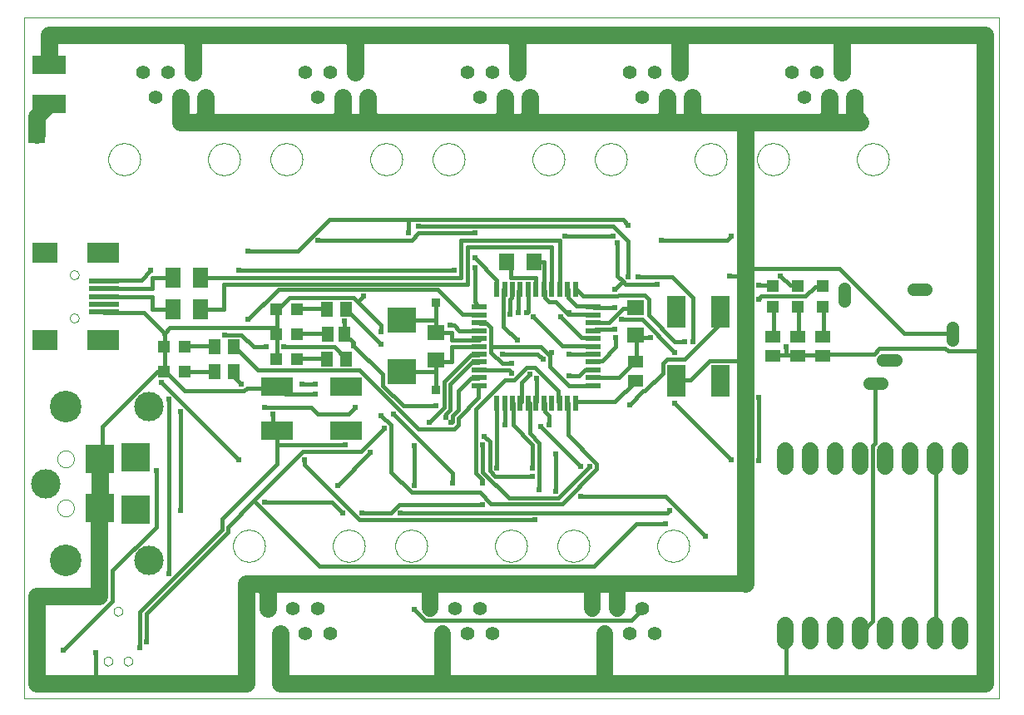
<source format=gtl>
G75*
%MOIN*%
%OFA0B0*%
%FSLAX24Y24*%
%IPPOS*%
%LPD*%
%AMOC8*
5,1,8,0,0,1.08239X$1,22.5*
%
%ADD10C,0.0000*%
%ADD11C,0.0554*%
%ADD12C,0.1181*%
%ADD13C,0.1266*%
%ADD14R,0.1181X0.1181*%
%ADD15R,0.0472X0.0472*%
%ADD16R,0.0512X0.0591*%
%ADD17R,0.1339X0.0748*%
%ADD18R,0.0709X0.0630*%
%ADD19R,0.0197X0.0591*%
%ADD20R,0.0591X0.0197*%
%ADD21R,0.1250X0.0750*%
%ADD22R,0.0710X0.0630*%
%ADD23R,0.0630X0.0512*%
%ADD24R,0.0630X0.0709*%
%ADD25R,0.1181X0.0984*%
%ADD26R,0.0984X0.0787*%
%ADD27R,0.1299X0.0787*%
%ADD28R,0.1220X0.0197*%
%ADD29R,0.0630X0.0787*%
%ADD30R,0.0591X0.0512*%
%ADD31R,0.0750X0.1250*%
%ADD32C,0.0650*%
%ADD33C,0.0515*%
%ADD34C,0.0700*%
%ADD35C,0.0660*%
%ADD36C,0.0180*%
%ADD37C,0.0240*%
%ADD38C,0.0160*%
%ADD39R,0.0356X0.0356*%
%ADD40R,0.0650X0.0650*%
D10*
X012596Y000100D02*
X012596Y027396D01*
X051666Y027396D01*
X051666Y000100D01*
X012596Y000100D01*
X015771Y001575D02*
X015773Y001601D01*
X015779Y001627D01*
X015788Y001651D01*
X015801Y001674D01*
X015818Y001694D01*
X015837Y001712D01*
X015859Y001727D01*
X015882Y001738D01*
X015907Y001746D01*
X015933Y001750D01*
X015959Y001750D01*
X015985Y001746D01*
X016010Y001738D01*
X016034Y001727D01*
X016055Y001712D01*
X016074Y001694D01*
X016091Y001674D01*
X016104Y001651D01*
X016113Y001627D01*
X016119Y001601D01*
X016121Y001575D01*
X016119Y001549D01*
X016113Y001523D01*
X016104Y001499D01*
X016091Y001476D01*
X016074Y001456D01*
X016055Y001438D01*
X016033Y001423D01*
X016010Y001412D01*
X015985Y001404D01*
X015959Y001400D01*
X015933Y001400D01*
X015907Y001404D01*
X015882Y001412D01*
X015858Y001423D01*
X015837Y001438D01*
X015818Y001456D01*
X015801Y001476D01*
X015788Y001499D01*
X015779Y001523D01*
X015773Y001549D01*
X015771Y001575D01*
X016571Y001575D02*
X016573Y001601D01*
X016579Y001627D01*
X016588Y001651D01*
X016601Y001674D01*
X016618Y001694D01*
X016637Y001712D01*
X016659Y001727D01*
X016682Y001738D01*
X016707Y001746D01*
X016733Y001750D01*
X016759Y001750D01*
X016785Y001746D01*
X016810Y001738D01*
X016834Y001727D01*
X016855Y001712D01*
X016874Y001694D01*
X016891Y001674D01*
X016904Y001651D01*
X016913Y001627D01*
X016919Y001601D01*
X016921Y001575D01*
X016919Y001549D01*
X016913Y001523D01*
X016904Y001499D01*
X016891Y001476D01*
X016874Y001456D01*
X016855Y001438D01*
X016833Y001423D01*
X016810Y001412D01*
X016785Y001404D01*
X016759Y001400D01*
X016733Y001400D01*
X016707Y001404D01*
X016682Y001412D01*
X016658Y001423D01*
X016637Y001438D01*
X016618Y001456D01*
X016601Y001476D01*
X016588Y001499D01*
X016579Y001523D01*
X016573Y001549D01*
X016571Y001575D01*
X016171Y003575D02*
X016173Y003601D01*
X016179Y003627D01*
X016188Y003651D01*
X016201Y003674D01*
X016218Y003694D01*
X016237Y003712D01*
X016259Y003727D01*
X016282Y003738D01*
X016307Y003746D01*
X016333Y003750D01*
X016359Y003750D01*
X016385Y003746D01*
X016410Y003738D01*
X016434Y003727D01*
X016455Y003712D01*
X016474Y003694D01*
X016491Y003674D01*
X016504Y003651D01*
X016513Y003627D01*
X016519Y003601D01*
X016521Y003575D01*
X016519Y003549D01*
X016513Y003523D01*
X016504Y003499D01*
X016491Y003476D01*
X016474Y003456D01*
X016455Y003438D01*
X016433Y003423D01*
X016410Y003412D01*
X016385Y003404D01*
X016359Y003400D01*
X016333Y003400D01*
X016307Y003404D01*
X016282Y003412D01*
X016258Y003423D01*
X016237Y003438D01*
X016218Y003456D01*
X016201Y003476D01*
X016188Y003499D01*
X016179Y003523D01*
X016173Y003549D01*
X016171Y003575D01*
X020956Y006200D02*
X020958Y006250D01*
X020964Y006300D01*
X020974Y006349D01*
X020987Y006398D01*
X021005Y006445D01*
X021026Y006491D01*
X021050Y006534D01*
X021078Y006576D01*
X021109Y006616D01*
X021143Y006653D01*
X021180Y006687D01*
X021220Y006718D01*
X021262Y006746D01*
X021305Y006770D01*
X021351Y006791D01*
X021398Y006809D01*
X021447Y006822D01*
X021496Y006832D01*
X021546Y006838D01*
X021596Y006840D01*
X021646Y006838D01*
X021696Y006832D01*
X021745Y006822D01*
X021794Y006809D01*
X021841Y006791D01*
X021887Y006770D01*
X021930Y006746D01*
X021972Y006718D01*
X022012Y006687D01*
X022049Y006653D01*
X022083Y006616D01*
X022114Y006576D01*
X022142Y006534D01*
X022166Y006491D01*
X022187Y006445D01*
X022205Y006398D01*
X022218Y006349D01*
X022228Y006300D01*
X022234Y006250D01*
X022236Y006200D01*
X022234Y006150D01*
X022228Y006100D01*
X022218Y006051D01*
X022205Y006002D01*
X022187Y005955D01*
X022166Y005909D01*
X022142Y005866D01*
X022114Y005824D01*
X022083Y005784D01*
X022049Y005747D01*
X022012Y005713D01*
X021972Y005682D01*
X021930Y005654D01*
X021887Y005630D01*
X021841Y005609D01*
X021794Y005591D01*
X021745Y005578D01*
X021696Y005568D01*
X021646Y005562D01*
X021596Y005560D01*
X021546Y005562D01*
X021496Y005568D01*
X021447Y005578D01*
X021398Y005591D01*
X021351Y005609D01*
X021305Y005630D01*
X021262Y005654D01*
X021220Y005682D01*
X021180Y005713D01*
X021143Y005747D01*
X021109Y005784D01*
X021078Y005824D01*
X021050Y005866D01*
X021026Y005909D01*
X021005Y005955D01*
X020987Y006002D01*
X020974Y006051D01*
X020964Y006100D01*
X020958Y006150D01*
X020956Y006200D01*
X024956Y006200D02*
X024958Y006250D01*
X024964Y006300D01*
X024974Y006349D01*
X024987Y006398D01*
X025005Y006445D01*
X025026Y006491D01*
X025050Y006534D01*
X025078Y006576D01*
X025109Y006616D01*
X025143Y006653D01*
X025180Y006687D01*
X025220Y006718D01*
X025262Y006746D01*
X025305Y006770D01*
X025351Y006791D01*
X025398Y006809D01*
X025447Y006822D01*
X025496Y006832D01*
X025546Y006838D01*
X025596Y006840D01*
X025646Y006838D01*
X025696Y006832D01*
X025745Y006822D01*
X025794Y006809D01*
X025841Y006791D01*
X025887Y006770D01*
X025930Y006746D01*
X025972Y006718D01*
X026012Y006687D01*
X026049Y006653D01*
X026083Y006616D01*
X026114Y006576D01*
X026142Y006534D01*
X026166Y006491D01*
X026187Y006445D01*
X026205Y006398D01*
X026218Y006349D01*
X026228Y006300D01*
X026234Y006250D01*
X026236Y006200D01*
X026234Y006150D01*
X026228Y006100D01*
X026218Y006051D01*
X026205Y006002D01*
X026187Y005955D01*
X026166Y005909D01*
X026142Y005866D01*
X026114Y005824D01*
X026083Y005784D01*
X026049Y005747D01*
X026012Y005713D01*
X025972Y005682D01*
X025930Y005654D01*
X025887Y005630D01*
X025841Y005609D01*
X025794Y005591D01*
X025745Y005578D01*
X025696Y005568D01*
X025646Y005562D01*
X025596Y005560D01*
X025546Y005562D01*
X025496Y005568D01*
X025447Y005578D01*
X025398Y005591D01*
X025351Y005609D01*
X025305Y005630D01*
X025262Y005654D01*
X025220Y005682D01*
X025180Y005713D01*
X025143Y005747D01*
X025109Y005784D01*
X025078Y005824D01*
X025050Y005866D01*
X025026Y005909D01*
X025005Y005955D01*
X024987Y006002D01*
X024974Y006051D01*
X024964Y006100D01*
X024958Y006150D01*
X024956Y006200D01*
X027456Y006200D02*
X027458Y006250D01*
X027464Y006300D01*
X027474Y006349D01*
X027487Y006398D01*
X027505Y006445D01*
X027526Y006491D01*
X027550Y006534D01*
X027578Y006576D01*
X027609Y006616D01*
X027643Y006653D01*
X027680Y006687D01*
X027720Y006718D01*
X027762Y006746D01*
X027805Y006770D01*
X027851Y006791D01*
X027898Y006809D01*
X027947Y006822D01*
X027996Y006832D01*
X028046Y006838D01*
X028096Y006840D01*
X028146Y006838D01*
X028196Y006832D01*
X028245Y006822D01*
X028294Y006809D01*
X028341Y006791D01*
X028387Y006770D01*
X028430Y006746D01*
X028472Y006718D01*
X028512Y006687D01*
X028549Y006653D01*
X028583Y006616D01*
X028614Y006576D01*
X028642Y006534D01*
X028666Y006491D01*
X028687Y006445D01*
X028705Y006398D01*
X028718Y006349D01*
X028728Y006300D01*
X028734Y006250D01*
X028736Y006200D01*
X028734Y006150D01*
X028728Y006100D01*
X028718Y006051D01*
X028705Y006002D01*
X028687Y005955D01*
X028666Y005909D01*
X028642Y005866D01*
X028614Y005824D01*
X028583Y005784D01*
X028549Y005747D01*
X028512Y005713D01*
X028472Y005682D01*
X028430Y005654D01*
X028387Y005630D01*
X028341Y005609D01*
X028294Y005591D01*
X028245Y005578D01*
X028196Y005568D01*
X028146Y005562D01*
X028096Y005560D01*
X028046Y005562D01*
X027996Y005568D01*
X027947Y005578D01*
X027898Y005591D01*
X027851Y005609D01*
X027805Y005630D01*
X027762Y005654D01*
X027720Y005682D01*
X027680Y005713D01*
X027643Y005747D01*
X027609Y005784D01*
X027578Y005824D01*
X027550Y005866D01*
X027526Y005909D01*
X027505Y005955D01*
X027487Y006002D01*
X027474Y006051D01*
X027464Y006100D01*
X027458Y006150D01*
X027456Y006200D01*
X031456Y006200D02*
X031458Y006250D01*
X031464Y006300D01*
X031474Y006349D01*
X031487Y006398D01*
X031505Y006445D01*
X031526Y006491D01*
X031550Y006534D01*
X031578Y006576D01*
X031609Y006616D01*
X031643Y006653D01*
X031680Y006687D01*
X031720Y006718D01*
X031762Y006746D01*
X031805Y006770D01*
X031851Y006791D01*
X031898Y006809D01*
X031947Y006822D01*
X031996Y006832D01*
X032046Y006838D01*
X032096Y006840D01*
X032146Y006838D01*
X032196Y006832D01*
X032245Y006822D01*
X032294Y006809D01*
X032341Y006791D01*
X032387Y006770D01*
X032430Y006746D01*
X032472Y006718D01*
X032512Y006687D01*
X032549Y006653D01*
X032583Y006616D01*
X032614Y006576D01*
X032642Y006534D01*
X032666Y006491D01*
X032687Y006445D01*
X032705Y006398D01*
X032718Y006349D01*
X032728Y006300D01*
X032734Y006250D01*
X032736Y006200D01*
X032734Y006150D01*
X032728Y006100D01*
X032718Y006051D01*
X032705Y006002D01*
X032687Y005955D01*
X032666Y005909D01*
X032642Y005866D01*
X032614Y005824D01*
X032583Y005784D01*
X032549Y005747D01*
X032512Y005713D01*
X032472Y005682D01*
X032430Y005654D01*
X032387Y005630D01*
X032341Y005609D01*
X032294Y005591D01*
X032245Y005578D01*
X032196Y005568D01*
X032146Y005562D01*
X032096Y005560D01*
X032046Y005562D01*
X031996Y005568D01*
X031947Y005578D01*
X031898Y005591D01*
X031851Y005609D01*
X031805Y005630D01*
X031762Y005654D01*
X031720Y005682D01*
X031680Y005713D01*
X031643Y005747D01*
X031609Y005784D01*
X031578Y005824D01*
X031550Y005866D01*
X031526Y005909D01*
X031505Y005955D01*
X031487Y006002D01*
X031474Y006051D01*
X031464Y006100D01*
X031458Y006150D01*
X031456Y006200D01*
X033956Y006200D02*
X033958Y006250D01*
X033964Y006300D01*
X033974Y006349D01*
X033987Y006398D01*
X034005Y006445D01*
X034026Y006491D01*
X034050Y006534D01*
X034078Y006576D01*
X034109Y006616D01*
X034143Y006653D01*
X034180Y006687D01*
X034220Y006718D01*
X034262Y006746D01*
X034305Y006770D01*
X034351Y006791D01*
X034398Y006809D01*
X034447Y006822D01*
X034496Y006832D01*
X034546Y006838D01*
X034596Y006840D01*
X034646Y006838D01*
X034696Y006832D01*
X034745Y006822D01*
X034794Y006809D01*
X034841Y006791D01*
X034887Y006770D01*
X034930Y006746D01*
X034972Y006718D01*
X035012Y006687D01*
X035049Y006653D01*
X035083Y006616D01*
X035114Y006576D01*
X035142Y006534D01*
X035166Y006491D01*
X035187Y006445D01*
X035205Y006398D01*
X035218Y006349D01*
X035228Y006300D01*
X035234Y006250D01*
X035236Y006200D01*
X035234Y006150D01*
X035228Y006100D01*
X035218Y006051D01*
X035205Y006002D01*
X035187Y005955D01*
X035166Y005909D01*
X035142Y005866D01*
X035114Y005824D01*
X035083Y005784D01*
X035049Y005747D01*
X035012Y005713D01*
X034972Y005682D01*
X034930Y005654D01*
X034887Y005630D01*
X034841Y005609D01*
X034794Y005591D01*
X034745Y005578D01*
X034696Y005568D01*
X034646Y005562D01*
X034596Y005560D01*
X034546Y005562D01*
X034496Y005568D01*
X034447Y005578D01*
X034398Y005591D01*
X034351Y005609D01*
X034305Y005630D01*
X034262Y005654D01*
X034220Y005682D01*
X034180Y005713D01*
X034143Y005747D01*
X034109Y005784D01*
X034078Y005824D01*
X034050Y005866D01*
X034026Y005909D01*
X034005Y005955D01*
X033987Y006002D01*
X033974Y006051D01*
X033964Y006100D01*
X033958Y006150D01*
X033956Y006200D01*
X037956Y006200D02*
X037958Y006250D01*
X037964Y006300D01*
X037974Y006349D01*
X037987Y006398D01*
X038005Y006445D01*
X038026Y006491D01*
X038050Y006534D01*
X038078Y006576D01*
X038109Y006616D01*
X038143Y006653D01*
X038180Y006687D01*
X038220Y006718D01*
X038262Y006746D01*
X038305Y006770D01*
X038351Y006791D01*
X038398Y006809D01*
X038447Y006822D01*
X038496Y006832D01*
X038546Y006838D01*
X038596Y006840D01*
X038646Y006838D01*
X038696Y006832D01*
X038745Y006822D01*
X038794Y006809D01*
X038841Y006791D01*
X038887Y006770D01*
X038930Y006746D01*
X038972Y006718D01*
X039012Y006687D01*
X039049Y006653D01*
X039083Y006616D01*
X039114Y006576D01*
X039142Y006534D01*
X039166Y006491D01*
X039187Y006445D01*
X039205Y006398D01*
X039218Y006349D01*
X039228Y006300D01*
X039234Y006250D01*
X039236Y006200D01*
X039234Y006150D01*
X039228Y006100D01*
X039218Y006051D01*
X039205Y006002D01*
X039187Y005955D01*
X039166Y005909D01*
X039142Y005866D01*
X039114Y005824D01*
X039083Y005784D01*
X039049Y005747D01*
X039012Y005713D01*
X038972Y005682D01*
X038930Y005654D01*
X038887Y005630D01*
X038841Y005609D01*
X038794Y005591D01*
X038745Y005578D01*
X038696Y005568D01*
X038646Y005562D01*
X038596Y005560D01*
X038546Y005562D01*
X038496Y005568D01*
X038447Y005578D01*
X038398Y005591D01*
X038351Y005609D01*
X038305Y005630D01*
X038262Y005654D01*
X038220Y005682D01*
X038180Y005713D01*
X038143Y005747D01*
X038109Y005784D01*
X038078Y005824D01*
X038050Y005866D01*
X038026Y005909D01*
X038005Y005955D01*
X037987Y006002D01*
X037974Y006051D01*
X037964Y006100D01*
X037958Y006150D01*
X037956Y006200D01*
X014419Y015334D02*
X014421Y015360D01*
X014427Y015386D01*
X014437Y015411D01*
X014450Y015434D01*
X014466Y015454D01*
X014486Y015472D01*
X014508Y015487D01*
X014531Y015499D01*
X014557Y015507D01*
X014583Y015511D01*
X014609Y015511D01*
X014635Y015507D01*
X014661Y015499D01*
X014685Y015487D01*
X014706Y015472D01*
X014726Y015454D01*
X014742Y015434D01*
X014755Y015411D01*
X014765Y015386D01*
X014771Y015360D01*
X014773Y015334D01*
X014771Y015308D01*
X014765Y015282D01*
X014755Y015257D01*
X014742Y015234D01*
X014726Y015214D01*
X014706Y015196D01*
X014684Y015181D01*
X014661Y015169D01*
X014635Y015161D01*
X014609Y015157D01*
X014583Y015157D01*
X014557Y015161D01*
X014531Y015169D01*
X014507Y015181D01*
X014486Y015196D01*
X014466Y015214D01*
X014450Y015234D01*
X014437Y015257D01*
X014427Y015282D01*
X014421Y015308D01*
X014419Y015334D01*
X014419Y017066D02*
X014421Y017092D01*
X014427Y017118D01*
X014437Y017143D01*
X014450Y017166D01*
X014466Y017186D01*
X014486Y017204D01*
X014508Y017219D01*
X014531Y017231D01*
X014557Y017239D01*
X014583Y017243D01*
X014609Y017243D01*
X014635Y017239D01*
X014661Y017231D01*
X014685Y017219D01*
X014706Y017204D01*
X014726Y017186D01*
X014742Y017166D01*
X014755Y017143D01*
X014765Y017118D01*
X014771Y017092D01*
X014773Y017066D01*
X014771Y017040D01*
X014765Y017014D01*
X014755Y016989D01*
X014742Y016966D01*
X014726Y016946D01*
X014706Y016928D01*
X014684Y016913D01*
X014661Y016901D01*
X014635Y016893D01*
X014609Y016889D01*
X014583Y016889D01*
X014557Y016893D01*
X014531Y016901D01*
X014507Y016913D01*
X014486Y016928D01*
X014466Y016946D01*
X014450Y016966D01*
X014437Y016989D01*
X014427Y017014D01*
X014421Y017040D01*
X014419Y017066D01*
X015956Y021700D02*
X015958Y021750D01*
X015964Y021800D01*
X015974Y021849D01*
X015987Y021898D01*
X016005Y021945D01*
X016026Y021991D01*
X016050Y022034D01*
X016078Y022076D01*
X016109Y022116D01*
X016143Y022153D01*
X016180Y022187D01*
X016220Y022218D01*
X016262Y022246D01*
X016305Y022270D01*
X016351Y022291D01*
X016398Y022309D01*
X016447Y022322D01*
X016496Y022332D01*
X016546Y022338D01*
X016596Y022340D01*
X016646Y022338D01*
X016696Y022332D01*
X016745Y022322D01*
X016794Y022309D01*
X016841Y022291D01*
X016887Y022270D01*
X016930Y022246D01*
X016972Y022218D01*
X017012Y022187D01*
X017049Y022153D01*
X017083Y022116D01*
X017114Y022076D01*
X017142Y022034D01*
X017166Y021991D01*
X017187Y021945D01*
X017205Y021898D01*
X017218Y021849D01*
X017228Y021800D01*
X017234Y021750D01*
X017236Y021700D01*
X017234Y021650D01*
X017228Y021600D01*
X017218Y021551D01*
X017205Y021502D01*
X017187Y021455D01*
X017166Y021409D01*
X017142Y021366D01*
X017114Y021324D01*
X017083Y021284D01*
X017049Y021247D01*
X017012Y021213D01*
X016972Y021182D01*
X016930Y021154D01*
X016887Y021130D01*
X016841Y021109D01*
X016794Y021091D01*
X016745Y021078D01*
X016696Y021068D01*
X016646Y021062D01*
X016596Y021060D01*
X016546Y021062D01*
X016496Y021068D01*
X016447Y021078D01*
X016398Y021091D01*
X016351Y021109D01*
X016305Y021130D01*
X016262Y021154D01*
X016220Y021182D01*
X016180Y021213D01*
X016143Y021247D01*
X016109Y021284D01*
X016078Y021324D01*
X016050Y021366D01*
X016026Y021409D01*
X016005Y021455D01*
X015987Y021502D01*
X015974Y021551D01*
X015964Y021600D01*
X015958Y021650D01*
X015956Y021700D01*
X019956Y021700D02*
X019958Y021750D01*
X019964Y021800D01*
X019974Y021849D01*
X019987Y021898D01*
X020005Y021945D01*
X020026Y021991D01*
X020050Y022034D01*
X020078Y022076D01*
X020109Y022116D01*
X020143Y022153D01*
X020180Y022187D01*
X020220Y022218D01*
X020262Y022246D01*
X020305Y022270D01*
X020351Y022291D01*
X020398Y022309D01*
X020447Y022322D01*
X020496Y022332D01*
X020546Y022338D01*
X020596Y022340D01*
X020646Y022338D01*
X020696Y022332D01*
X020745Y022322D01*
X020794Y022309D01*
X020841Y022291D01*
X020887Y022270D01*
X020930Y022246D01*
X020972Y022218D01*
X021012Y022187D01*
X021049Y022153D01*
X021083Y022116D01*
X021114Y022076D01*
X021142Y022034D01*
X021166Y021991D01*
X021187Y021945D01*
X021205Y021898D01*
X021218Y021849D01*
X021228Y021800D01*
X021234Y021750D01*
X021236Y021700D01*
X021234Y021650D01*
X021228Y021600D01*
X021218Y021551D01*
X021205Y021502D01*
X021187Y021455D01*
X021166Y021409D01*
X021142Y021366D01*
X021114Y021324D01*
X021083Y021284D01*
X021049Y021247D01*
X021012Y021213D01*
X020972Y021182D01*
X020930Y021154D01*
X020887Y021130D01*
X020841Y021109D01*
X020794Y021091D01*
X020745Y021078D01*
X020696Y021068D01*
X020646Y021062D01*
X020596Y021060D01*
X020546Y021062D01*
X020496Y021068D01*
X020447Y021078D01*
X020398Y021091D01*
X020351Y021109D01*
X020305Y021130D01*
X020262Y021154D01*
X020220Y021182D01*
X020180Y021213D01*
X020143Y021247D01*
X020109Y021284D01*
X020078Y021324D01*
X020050Y021366D01*
X020026Y021409D01*
X020005Y021455D01*
X019987Y021502D01*
X019974Y021551D01*
X019964Y021600D01*
X019958Y021650D01*
X019956Y021700D01*
X022456Y021700D02*
X022458Y021750D01*
X022464Y021800D01*
X022474Y021849D01*
X022487Y021898D01*
X022505Y021945D01*
X022526Y021991D01*
X022550Y022034D01*
X022578Y022076D01*
X022609Y022116D01*
X022643Y022153D01*
X022680Y022187D01*
X022720Y022218D01*
X022762Y022246D01*
X022805Y022270D01*
X022851Y022291D01*
X022898Y022309D01*
X022947Y022322D01*
X022996Y022332D01*
X023046Y022338D01*
X023096Y022340D01*
X023146Y022338D01*
X023196Y022332D01*
X023245Y022322D01*
X023294Y022309D01*
X023341Y022291D01*
X023387Y022270D01*
X023430Y022246D01*
X023472Y022218D01*
X023512Y022187D01*
X023549Y022153D01*
X023583Y022116D01*
X023614Y022076D01*
X023642Y022034D01*
X023666Y021991D01*
X023687Y021945D01*
X023705Y021898D01*
X023718Y021849D01*
X023728Y021800D01*
X023734Y021750D01*
X023736Y021700D01*
X023734Y021650D01*
X023728Y021600D01*
X023718Y021551D01*
X023705Y021502D01*
X023687Y021455D01*
X023666Y021409D01*
X023642Y021366D01*
X023614Y021324D01*
X023583Y021284D01*
X023549Y021247D01*
X023512Y021213D01*
X023472Y021182D01*
X023430Y021154D01*
X023387Y021130D01*
X023341Y021109D01*
X023294Y021091D01*
X023245Y021078D01*
X023196Y021068D01*
X023146Y021062D01*
X023096Y021060D01*
X023046Y021062D01*
X022996Y021068D01*
X022947Y021078D01*
X022898Y021091D01*
X022851Y021109D01*
X022805Y021130D01*
X022762Y021154D01*
X022720Y021182D01*
X022680Y021213D01*
X022643Y021247D01*
X022609Y021284D01*
X022578Y021324D01*
X022550Y021366D01*
X022526Y021409D01*
X022505Y021455D01*
X022487Y021502D01*
X022474Y021551D01*
X022464Y021600D01*
X022458Y021650D01*
X022456Y021700D01*
X026456Y021700D02*
X026458Y021750D01*
X026464Y021800D01*
X026474Y021849D01*
X026487Y021898D01*
X026505Y021945D01*
X026526Y021991D01*
X026550Y022034D01*
X026578Y022076D01*
X026609Y022116D01*
X026643Y022153D01*
X026680Y022187D01*
X026720Y022218D01*
X026762Y022246D01*
X026805Y022270D01*
X026851Y022291D01*
X026898Y022309D01*
X026947Y022322D01*
X026996Y022332D01*
X027046Y022338D01*
X027096Y022340D01*
X027146Y022338D01*
X027196Y022332D01*
X027245Y022322D01*
X027294Y022309D01*
X027341Y022291D01*
X027387Y022270D01*
X027430Y022246D01*
X027472Y022218D01*
X027512Y022187D01*
X027549Y022153D01*
X027583Y022116D01*
X027614Y022076D01*
X027642Y022034D01*
X027666Y021991D01*
X027687Y021945D01*
X027705Y021898D01*
X027718Y021849D01*
X027728Y021800D01*
X027734Y021750D01*
X027736Y021700D01*
X027734Y021650D01*
X027728Y021600D01*
X027718Y021551D01*
X027705Y021502D01*
X027687Y021455D01*
X027666Y021409D01*
X027642Y021366D01*
X027614Y021324D01*
X027583Y021284D01*
X027549Y021247D01*
X027512Y021213D01*
X027472Y021182D01*
X027430Y021154D01*
X027387Y021130D01*
X027341Y021109D01*
X027294Y021091D01*
X027245Y021078D01*
X027196Y021068D01*
X027146Y021062D01*
X027096Y021060D01*
X027046Y021062D01*
X026996Y021068D01*
X026947Y021078D01*
X026898Y021091D01*
X026851Y021109D01*
X026805Y021130D01*
X026762Y021154D01*
X026720Y021182D01*
X026680Y021213D01*
X026643Y021247D01*
X026609Y021284D01*
X026578Y021324D01*
X026550Y021366D01*
X026526Y021409D01*
X026505Y021455D01*
X026487Y021502D01*
X026474Y021551D01*
X026464Y021600D01*
X026458Y021650D01*
X026456Y021700D01*
X028956Y021700D02*
X028958Y021750D01*
X028964Y021800D01*
X028974Y021849D01*
X028987Y021898D01*
X029005Y021945D01*
X029026Y021991D01*
X029050Y022034D01*
X029078Y022076D01*
X029109Y022116D01*
X029143Y022153D01*
X029180Y022187D01*
X029220Y022218D01*
X029262Y022246D01*
X029305Y022270D01*
X029351Y022291D01*
X029398Y022309D01*
X029447Y022322D01*
X029496Y022332D01*
X029546Y022338D01*
X029596Y022340D01*
X029646Y022338D01*
X029696Y022332D01*
X029745Y022322D01*
X029794Y022309D01*
X029841Y022291D01*
X029887Y022270D01*
X029930Y022246D01*
X029972Y022218D01*
X030012Y022187D01*
X030049Y022153D01*
X030083Y022116D01*
X030114Y022076D01*
X030142Y022034D01*
X030166Y021991D01*
X030187Y021945D01*
X030205Y021898D01*
X030218Y021849D01*
X030228Y021800D01*
X030234Y021750D01*
X030236Y021700D01*
X030234Y021650D01*
X030228Y021600D01*
X030218Y021551D01*
X030205Y021502D01*
X030187Y021455D01*
X030166Y021409D01*
X030142Y021366D01*
X030114Y021324D01*
X030083Y021284D01*
X030049Y021247D01*
X030012Y021213D01*
X029972Y021182D01*
X029930Y021154D01*
X029887Y021130D01*
X029841Y021109D01*
X029794Y021091D01*
X029745Y021078D01*
X029696Y021068D01*
X029646Y021062D01*
X029596Y021060D01*
X029546Y021062D01*
X029496Y021068D01*
X029447Y021078D01*
X029398Y021091D01*
X029351Y021109D01*
X029305Y021130D01*
X029262Y021154D01*
X029220Y021182D01*
X029180Y021213D01*
X029143Y021247D01*
X029109Y021284D01*
X029078Y021324D01*
X029050Y021366D01*
X029026Y021409D01*
X029005Y021455D01*
X028987Y021502D01*
X028974Y021551D01*
X028964Y021600D01*
X028958Y021650D01*
X028956Y021700D01*
X032956Y021700D02*
X032958Y021750D01*
X032964Y021800D01*
X032974Y021849D01*
X032987Y021898D01*
X033005Y021945D01*
X033026Y021991D01*
X033050Y022034D01*
X033078Y022076D01*
X033109Y022116D01*
X033143Y022153D01*
X033180Y022187D01*
X033220Y022218D01*
X033262Y022246D01*
X033305Y022270D01*
X033351Y022291D01*
X033398Y022309D01*
X033447Y022322D01*
X033496Y022332D01*
X033546Y022338D01*
X033596Y022340D01*
X033646Y022338D01*
X033696Y022332D01*
X033745Y022322D01*
X033794Y022309D01*
X033841Y022291D01*
X033887Y022270D01*
X033930Y022246D01*
X033972Y022218D01*
X034012Y022187D01*
X034049Y022153D01*
X034083Y022116D01*
X034114Y022076D01*
X034142Y022034D01*
X034166Y021991D01*
X034187Y021945D01*
X034205Y021898D01*
X034218Y021849D01*
X034228Y021800D01*
X034234Y021750D01*
X034236Y021700D01*
X034234Y021650D01*
X034228Y021600D01*
X034218Y021551D01*
X034205Y021502D01*
X034187Y021455D01*
X034166Y021409D01*
X034142Y021366D01*
X034114Y021324D01*
X034083Y021284D01*
X034049Y021247D01*
X034012Y021213D01*
X033972Y021182D01*
X033930Y021154D01*
X033887Y021130D01*
X033841Y021109D01*
X033794Y021091D01*
X033745Y021078D01*
X033696Y021068D01*
X033646Y021062D01*
X033596Y021060D01*
X033546Y021062D01*
X033496Y021068D01*
X033447Y021078D01*
X033398Y021091D01*
X033351Y021109D01*
X033305Y021130D01*
X033262Y021154D01*
X033220Y021182D01*
X033180Y021213D01*
X033143Y021247D01*
X033109Y021284D01*
X033078Y021324D01*
X033050Y021366D01*
X033026Y021409D01*
X033005Y021455D01*
X032987Y021502D01*
X032974Y021551D01*
X032964Y021600D01*
X032958Y021650D01*
X032956Y021700D01*
X035456Y021700D02*
X035458Y021750D01*
X035464Y021800D01*
X035474Y021849D01*
X035487Y021898D01*
X035505Y021945D01*
X035526Y021991D01*
X035550Y022034D01*
X035578Y022076D01*
X035609Y022116D01*
X035643Y022153D01*
X035680Y022187D01*
X035720Y022218D01*
X035762Y022246D01*
X035805Y022270D01*
X035851Y022291D01*
X035898Y022309D01*
X035947Y022322D01*
X035996Y022332D01*
X036046Y022338D01*
X036096Y022340D01*
X036146Y022338D01*
X036196Y022332D01*
X036245Y022322D01*
X036294Y022309D01*
X036341Y022291D01*
X036387Y022270D01*
X036430Y022246D01*
X036472Y022218D01*
X036512Y022187D01*
X036549Y022153D01*
X036583Y022116D01*
X036614Y022076D01*
X036642Y022034D01*
X036666Y021991D01*
X036687Y021945D01*
X036705Y021898D01*
X036718Y021849D01*
X036728Y021800D01*
X036734Y021750D01*
X036736Y021700D01*
X036734Y021650D01*
X036728Y021600D01*
X036718Y021551D01*
X036705Y021502D01*
X036687Y021455D01*
X036666Y021409D01*
X036642Y021366D01*
X036614Y021324D01*
X036583Y021284D01*
X036549Y021247D01*
X036512Y021213D01*
X036472Y021182D01*
X036430Y021154D01*
X036387Y021130D01*
X036341Y021109D01*
X036294Y021091D01*
X036245Y021078D01*
X036196Y021068D01*
X036146Y021062D01*
X036096Y021060D01*
X036046Y021062D01*
X035996Y021068D01*
X035947Y021078D01*
X035898Y021091D01*
X035851Y021109D01*
X035805Y021130D01*
X035762Y021154D01*
X035720Y021182D01*
X035680Y021213D01*
X035643Y021247D01*
X035609Y021284D01*
X035578Y021324D01*
X035550Y021366D01*
X035526Y021409D01*
X035505Y021455D01*
X035487Y021502D01*
X035474Y021551D01*
X035464Y021600D01*
X035458Y021650D01*
X035456Y021700D01*
X039456Y021700D02*
X039458Y021750D01*
X039464Y021800D01*
X039474Y021849D01*
X039487Y021898D01*
X039505Y021945D01*
X039526Y021991D01*
X039550Y022034D01*
X039578Y022076D01*
X039609Y022116D01*
X039643Y022153D01*
X039680Y022187D01*
X039720Y022218D01*
X039762Y022246D01*
X039805Y022270D01*
X039851Y022291D01*
X039898Y022309D01*
X039947Y022322D01*
X039996Y022332D01*
X040046Y022338D01*
X040096Y022340D01*
X040146Y022338D01*
X040196Y022332D01*
X040245Y022322D01*
X040294Y022309D01*
X040341Y022291D01*
X040387Y022270D01*
X040430Y022246D01*
X040472Y022218D01*
X040512Y022187D01*
X040549Y022153D01*
X040583Y022116D01*
X040614Y022076D01*
X040642Y022034D01*
X040666Y021991D01*
X040687Y021945D01*
X040705Y021898D01*
X040718Y021849D01*
X040728Y021800D01*
X040734Y021750D01*
X040736Y021700D01*
X040734Y021650D01*
X040728Y021600D01*
X040718Y021551D01*
X040705Y021502D01*
X040687Y021455D01*
X040666Y021409D01*
X040642Y021366D01*
X040614Y021324D01*
X040583Y021284D01*
X040549Y021247D01*
X040512Y021213D01*
X040472Y021182D01*
X040430Y021154D01*
X040387Y021130D01*
X040341Y021109D01*
X040294Y021091D01*
X040245Y021078D01*
X040196Y021068D01*
X040146Y021062D01*
X040096Y021060D01*
X040046Y021062D01*
X039996Y021068D01*
X039947Y021078D01*
X039898Y021091D01*
X039851Y021109D01*
X039805Y021130D01*
X039762Y021154D01*
X039720Y021182D01*
X039680Y021213D01*
X039643Y021247D01*
X039609Y021284D01*
X039578Y021324D01*
X039550Y021366D01*
X039526Y021409D01*
X039505Y021455D01*
X039487Y021502D01*
X039474Y021551D01*
X039464Y021600D01*
X039458Y021650D01*
X039456Y021700D01*
X041956Y021700D02*
X041958Y021750D01*
X041964Y021800D01*
X041974Y021849D01*
X041987Y021898D01*
X042005Y021945D01*
X042026Y021991D01*
X042050Y022034D01*
X042078Y022076D01*
X042109Y022116D01*
X042143Y022153D01*
X042180Y022187D01*
X042220Y022218D01*
X042262Y022246D01*
X042305Y022270D01*
X042351Y022291D01*
X042398Y022309D01*
X042447Y022322D01*
X042496Y022332D01*
X042546Y022338D01*
X042596Y022340D01*
X042646Y022338D01*
X042696Y022332D01*
X042745Y022322D01*
X042794Y022309D01*
X042841Y022291D01*
X042887Y022270D01*
X042930Y022246D01*
X042972Y022218D01*
X043012Y022187D01*
X043049Y022153D01*
X043083Y022116D01*
X043114Y022076D01*
X043142Y022034D01*
X043166Y021991D01*
X043187Y021945D01*
X043205Y021898D01*
X043218Y021849D01*
X043228Y021800D01*
X043234Y021750D01*
X043236Y021700D01*
X043234Y021650D01*
X043228Y021600D01*
X043218Y021551D01*
X043205Y021502D01*
X043187Y021455D01*
X043166Y021409D01*
X043142Y021366D01*
X043114Y021324D01*
X043083Y021284D01*
X043049Y021247D01*
X043012Y021213D01*
X042972Y021182D01*
X042930Y021154D01*
X042887Y021130D01*
X042841Y021109D01*
X042794Y021091D01*
X042745Y021078D01*
X042696Y021068D01*
X042646Y021062D01*
X042596Y021060D01*
X042546Y021062D01*
X042496Y021068D01*
X042447Y021078D01*
X042398Y021091D01*
X042351Y021109D01*
X042305Y021130D01*
X042262Y021154D01*
X042220Y021182D01*
X042180Y021213D01*
X042143Y021247D01*
X042109Y021284D01*
X042078Y021324D01*
X042050Y021366D01*
X042026Y021409D01*
X042005Y021455D01*
X041987Y021502D01*
X041974Y021551D01*
X041964Y021600D01*
X041958Y021650D01*
X041956Y021700D01*
X045956Y021700D02*
X045958Y021750D01*
X045964Y021800D01*
X045974Y021849D01*
X045987Y021898D01*
X046005Y021945D01*
X046026Y021991D01*
X046050Y022034D01*
X046078Y022076D01*
X046109Y022116D01*
X046143Y022153D01*
X046180Y022187D01*
X046220Y022218D01*
X046262Y022246D01*
X046305Y022270D01*
X046351Y022291D01*
X046398Y022309D01*
X046447Y022322D01*
X046496Y022332D01*
X046546Y022338D01*
X046596Y022340D01*
X046646Y022338D01*
X046696Y022332D01*
X046745Y022322D01*
X046794Y022309D01*
X046841Y022291D01*
X046887Y022270D01*
X046930Y022246D01*
X046972Y022218D01*
X047012Y022187D01*
X047049Y022153D01*
X047083Y022116D01*
X047114Y022076D01*
X047142Y022034D01*
X047166Y021991D01*
X047187Y021945D01*
X047205Y021898D01*
X047218Y021849D01*
X047228Y021800D01*
X047234Y021750D01*
X047236Y021700D01*
X047234Y021650D01*
X047228Y021600D01*
X047218Y021551D01*
X047205Y021502D01*
X047187Y021455D01*
X047166Y021409D01*
X047142Y021366D01*
X047114Y021324D01*
X047083Y021284D01*
X047049Y021247D01*
X047012Y021213D01*
X046972Y021182D01*
X046930Y021154D01*
X046887Y021130D01*
X046841Y021109D01*
X046794Y021091D01*
X046745Y021078D01*
X046696Y021068D01*
X046646Y021062D01*
X046596Y021060D01*
X046546Y021062D01*
X046496Y021068D01*
X046447Y021078D01*
X046398Y021091D01*
X046351Y021109D01*
X046305Y021130D01*
X046262Y021154D01*
X046220Y021182D01*
X046180Y021213D01*
X046143Y021247D01*
X046109Y021284D01*
X046078Y021324D01*
X046050Y021366D01*
X046026Y021409D01*
X046005Y021455D01*
X045987Y021502D01*
X045974Y021551D01*
X045964Y021600D01*
X045958Y021650D01*
X045956Y021700D01*
X013915Y009684D02*
X013917Y009720D01*
X013923Y009756D01*
X013933Y009791D01*
X013946Y009825D01*
X013963Y009857D01*
X013983Y009887D01*
X014007Y009914D01*
X014033Y009939D01*
X014062Y009961D01*
X014093Y009980D01*
X014126Y009995D01*
X014160Y010007D01*
X014196Y010015D01*
X014232Y010019D01*
X014268Y010019D01*
X014304Y010015D01*
X014340Y010007D01*
X014374Y009995D01*
X014407Y009980D01*
X014438Y009961D01*
X014467Y009939D01*
X014493Y009914D01*
X014517Y009887D01*
X014537Y009857D01*
X014554Y009825D01*
X014567Y009791D01*
X014577Y009756D01*
X014583Y009720D01*
X014585Y009684D01*
X014583Y009648D01*
X014577Y009612D01*
X014567Y009577D01*
X014554Y009543D01*
X014537Y009511D01*
X014517Y009481D01*
X014493Y009454D01*
X014467Y009429D01*
X014438Y009407D01*
X014407Y009388D01*
X014374Y009373D01*
X014340Y009361D01*
X014304Y009353D01*
X014268Y009349D01*
X014232Y009349D01*
X014196Y009353D01*
X014160Y009361D01*
X014126Y009373D01*
X014093Y009388D01*
X014062Y009407D01*
X014033Y009429D01*
X014007Y009454D01*
X013983Y009481D01*
X013963Y009511D01*
X013946Y009543D01*
X013933Y009577D01*
X013923Y009612D01*
X013917Y009648D01*
X013915Y009684D01*
X013915Y007716D02*
X013917Y007752D01*
X013923Y007788D01*
X013933Y007823D01*
X013946Y007857D01*
X013963Y007889D01*
X013983Y007919D01*
X014007Y007946D01*
X014033Y007971D01*
X014062Y007993D01*
X014093Y008012D01*
X014126Y008027D01*
X014160Y008039D01*
X014196Y008047D01*
X014232Y008051D01*
X014268Y008051D01*
X014304Y008047D01*
X014340Y008039D01*
X014374Y008027D01*
X014407Y008012D01*
X014438Y007993D01*
X014467Y007971D01*
X014493Y007946D01*
X014517Y007919D01*
X014537Y007889D01*
X014554Y007857D01*
X014567Y007823D01*
X014577Y007788D01*
X014583Y007752D01*
X014585Y007716D01*
X014583Y007680D01*
X014577Y007644D01*
X014567Y007609D01*
X014554Y007575D01*
X014537Y007543D01*
X014517Y007513D01*
X014493Y007486D01*
X014467Y007461D01*
X014438Y007439D01*
X014407Y007420D01*
X014374Y007405D01*
X014340Y007393D01*
X014304Y007385D01*
X014268Y007381D01*
X014232Y007381D01*
X014196Y007385D01*
X014160Y007393D01*
X014126Y007405D01*
X014093Y007420D01*
X014062Y007439D01*
X014033Y007461D01*
X014007Y007486D01*
X013983Y007513D01*
X013963Y007543D01*
X013946Y007575D01*
X013933Y007609D01*
X013923Y007644D01*
X013917Y007680D01*
X013915Y007716D01*
D11*
X022346Y003700D03*
X023346Y003700D03*
X024346Y003700D03*
X023846Y002700D03*
X022846Y002700D03*
X024846Y002700D03*
X028846Y003700D03*
X029846Y003700D03*
X030846Y003700D03*
X030346Y002700D03*
X029346Y002700D03*
X031346Y002700D03*
X035346Y003700D03*
X036346Y003700D03*
X037346Y003700D03*
X036846Y002700D03*
X035846Y002700D03*
X037846Y002700D03*
X037346Y024200D03*
X038346Y024200D03*
X039346Y024200D03*
X038846Y025200D03*
X037846Y025200D03*
X036846Y025200D03*
X032846Y024200D03*
X031846Y024200D03*
X030846Y024200D03*
X030346Y025200D03*
X031346Y025200D03*
X032346Y025200D03*
X026346Y024200D03*
X025346Y024200D03*
X024346Y024200D03*
X023846Y025200D03*
X024846Y025200D03*
X025846Y025200D03*
X019846Y024200D03*
X018846Y024200D03*
X017846Y024200D03*
X017346Y025200D03*
X018346Y025200D03*
X019346Y025200D03*
X043346Y025200D03*
X044346Y025200D03*
X045346Y025200D03*
X044846Y024200D03*
X043846Y024200D03*
X045846Y024200D03*
D12*
X017596Y011771D03*
X013462Y008700D03*
X017596Y005629D03*
D13*
X014250Y005629D03*
X014250Y011771D03*
D14*
X015628Y009684D03*
X017065Y009763D03*
X017065Y007637D03*
X015628Y007716D03*
D15*
X018183Y013200D03*
X019010Y013200D03*
X019010Y014200D03*
X018183Y014200D03*
X022683Y013700D03*
X023510Y013700D03*
X023510Y014700D03*
X022683Y014700D03*
X022683Y015700D03*
X023510Y015700D03*
X042596Y015787D03*
X042596Y016613D03*
X043596Y016613D03*
X043596Y015787D03*
X044596Y015787D03*
X044596Y016613D03*
D16*
X025470Y015700D03*
X024722Y015700D03*
X024762Y014700D03*
X025431Y014700D03*
X025470Y013700D03*
X024722Y013700D03*
X020970Y013200D03*
X020222Y013200D03*
X020222Y014200D03*
X020970Y014200D03*
D17*
X013596Y023932D03*
X013596Y025468D03*
D18*
X037096Y015751D03*
X037096Y014649D03*
D19*
X034671Y016483D03*
X034356Y016483D03*
X034041Y016483D03*
X033726Y016483D03*
X033411Y016483D03*
X033096Y016483D03*
X032781Y016483D03*
X032466Y016483D03*
X032151Y016483D03*
X031836Y016483D03*
X031522Y016483D03*
X031522Y011917D03*
X031836Y011917D03*
X032151Y011917D03*
X032466Y011917D03*
X032781Y011917D03*
X033096Y011917D03*
X033411Y011917D03*
X033726Y011917D03*
X034041Y011917D03*
X034356Y011917D03*
X034671Y011917D03*
D20*
X035380Y012625D03*
X035380Y012940D03*
X035380Y013255D03*
X035380Y013570D03*
X035380Y013885D03*
X035380Y014200D03*
X035380Y014515D03*
X035380Y014830D03*
X035380Y015145D03*
X035380Y015460D03*
X035380Y015775D03*
X030813Y015775D03*
X030813Y015460D03*
X030813Y015145D03*
X030813Y014830D03*
X030813Y014515D03*
X030813Y014200D03*
X030813Y013885D03*
X030813Y013570D03*
X030813Y013255D03*
X030813Y012940D03*
X030813Y012625D03*
D21*
X025471Y012575D03*
X025471Y010825D03*
X022721Y010825D03*
X022721Y012575D03*
D22*
X029096Y013640D03*
X029096Y014760D03*
D23*
X037096Y013574D03*
X037096Y012826D03*
D24*
X033023Y017575D03*
X031920Y017575D03*
D25*
X027721Y015249D03*
X027721Y013190D03*
D26*
X013415Y014448D03*
X013415Y017952D03*
D27*
X015738Y017952D03*
X015738Y014448D03*
D28*
X015777Y015570D03*
X015777Y015885D03*
X015777Y016200D03*
X015777Y016515D03*
X015777Y016830D03*
D29*
X018545Y016950D03*
X019648Y016950D03*
X019648Y015700D03*
X018545Y015700D03*
D30*
X042596Y014574D03*
X042596Y013826D03*
X043596Y013826D03*
X043596Y014574D03*
X044596Y014574D03*
X044596Y013826D03*
D31*
X040471Y012825D03*
X038721Y012825D03*
X038721Y015575D03*
X040471Y015575D03*
D32*
X043096Y010025D02*
X043096Y009375D01*
X044096Y009375D02*
X044096Y010025D01*
X045096Y010025D02*
X045096Y009375D01*
X046096Y009375D02*
X046096Y010025D01*
X047096Y010025D02*
X047096Y009375D01*
X048096Y009375D02*
X048096Y010025D01*
X049096Y010025D02*
X049096Y009375D01*
X050096Y009375D02*
X050096Y010025D01*
X050096Y003025D02*
X050096Y002375D01*
X049096Y002375D02*
X049096Y003025D01*
X048096Y003025D02*
X048096Y002375D01*
X047096Y002375D02*
X047096Y003025D01*
X046096Y003025D02*
X046096Y002375D01*
X045096Y002375D02*
X045096Y003025D01*
X044096Y003025D02*
X044096Y002375D01*
X043096Y002375D02*
X043096Y003025D01*
D33*
X046441Y012712D02*
X046956Y012712D01*
X046992Y013657D02*
X047507Y013657D01*
X049770Y014443D02*
X049770Y014957D01*
X048728Y016491D02*
X048213Y016491D01*
X045439Y016532D02*
X045439Y016017D01*
D34*
X041471Y017030D02*
X041471Y013620D01*
X041471Y004700D01*
X036346Y004700D02*
X035346Y004700D01*
X028846Y004700D01*
X022096Y004700D01*
X022346Y004450D01*
X022346Y003700D01*
X022096Y004700D02*
X021471Y004700D01*
X021471Y000700D01*
X015456Y000700D01*
X013096Y000700D01*
X013096Y004200D01*
X015596Y004200D01*
X015596Y007684D01*
X015628Y007716D01*
X015628Y009684D01*
X022846Y002700D02*
X022846Y000700D01*
X029346Y000700D01*
X035846Y000700D01*
X043121Y000700D01*
X051096Y000700D01*
X051096Y014005D01*
X051096Y026700D01*
X045596Y026700D01*
X045346Y026450D01*
X045346Y025200D01*
X044846Y024200D02*
X044846Y023450D01*
X044596Y023200D01*
X041471Y023200D01*
X039596Y023200D01*
X039346Y023450D01*
X039346Y024200D01*
X038346Y024200D02*
X038346Y023450D01*
X038096Y023200D01*
X032596Y023200D01*
X032846Y023450D01*
X032846Y024200D01*
X031846Y024200D02*
X031846Y023450D01*
X031596Y023200D01*
X026596Y023200D01*
X026346Y023450D01*
X026346Y024200D01*
X025346Y024200D02*
X025346Y023450D01*
X025096Y023200D01*
X019596Y023200D01*
X019846Y023450D01*
X019846Y024200D01*
X018846Y024200D02*
X018846Y023200D01*
X019596Y023200D01*
X019346Y025200D02*
X019346Y026450D01*
X019096Y026700D01*
X025596Y026700D01*
X025846Y026450D01*
X025846Y025200D01*
X025596Y026700D02*
X032096Y026700D01*
X032346Y026450D01*
X032346Y025200D01*
X032096Y026700D02*
X039096Y026700D01*
X038846Y026450D01*
X038846Y025200D01*
X039096Y026700D02*
X045596Y026700D01*
X045846Y024200D02*
X045846Y023450D01*
X046096Y023200D01*
X044596Y023200D01*
X041471Y023200D02*
X041471Y017305D01*
X041471Y017030D01*
X039596Y023200D02*
X038096Y023200D01*
X032596Y023200D02*
X031596Y023200D01*
X026596Y023200D02*
X025096Y023200D01*
X019096Y026700D02*
X013596Y026700D01*
X013596Y025468D01*
X013596Y023932D02*
X013096Y023432D01*
X013096Y022700D01*
D35*
X028846Y004700D02*
X028846Y003700D01*
X029346Y002700D02*
X029346Y000700D01*
X035346Y003700D02*
X035346Y004700D01*
X036346Y004700D02*
X041471Y004700D01*
X036346Y004700D02*
X036346Y003700D01*
X035846Y002700D02*
X035846Y000700D01*
D36*
X043121Y000700D02*
X043121Y002675D01*
X043096Y002700D01*
X049096Y002700D02*
X049116Y002730D01*
X049116Y009660D01*
X049096Y009700D01*
X049611Y014005D02*
X051096Y014005D01*
X049770Y014700D02*
X049721Y014720D01*
X047851Y014720D01*
X045266Y017305D01*
X041471Y017305D01*
X041471Y017030D02*
X040866Y017030D01*
X042021Y016645D02*
X042571Y016645D01*
X042596Y016613D01*
X042901Y017030D02*
X043286Y016645D01*
X043561Y016645D01*
X043596Y016613D01*
X043891Y016205D02*
X042131Y016205D01*
X042021Y016095D01*
X043891Y016205D02*
X044276Y016590D01*
X044551Y016590D01*
X044596Y016613D01*
X043121Y014170D02*
X043121Y013840D01*
X042626Y013840D01*
X042596Y013826D01*
X043121Y013840D02*
X043561Y013840D01*
X043596Y013826D01*
X043671Y013840D01*
X044551Y013840D01*
X044596Y013826D01*
X044661Y013895D01*
X046641Y013895D01*
X046861Y014115D01*
X049501Y014115D01*
X049611Y014005D01*
X041471Y013620D02*
X040041Y013620D01*
X039271Y012850D01*
X038721Y012850D01*
X038721Y012825D01*
X037096Y013574D02*
X037126Y013675D01*
X037126Y014610D01*
X037096Y014649D01*
X037181Y014555D01*
X037676Y014555D01*
X037071Y013620D02*
X037096Y013574D01*
X037071Y013620D02*
X036411Y012960D01*
X035421Y012960D01*
X035380Y012940D01*
X031522Y011917D02*
X031516Y011915D01*
X031516Y009330D01*
X024256Y012300D02*
X023046Y012300D01*
X022771Y012575D01*
X022721Y012575D01*
X022661Y012520D01*
X021506Y012520D01*
X021396Y012410D01*
X019031Y012410D01*
X018261Y013180D01*
X018183Y013200D01*
X018096Y013180D01*
X017931Y013180D01*
X015731Y010980D01*
X015731Y010100D01*
X015628Y009684D01*
X015716Y010020D01*
X017876Y009220D02*
X017876Y006965D01*
X016116Y005205D01*
X016116Y003995D01*
X014136Y002015D01*
X015456Y001905D02*
X015456Y000700D01*
X018183Y013200D02*
X018206Y013235D01*
X018206Y014170D01*
X018183Y014200D01*
X018206Y014280D01*
X018206Y014720D01*
X018426Y014940D01*
X022716Y014940D01*
X022716Y015655D01*
X022683Y015700D01*
X022771Y015710D01*
X023211Y016150D01*
X025796Y016150D01*
X025961Y015985D01*
X026181Y016205D01*
X025961Y015985D02*
X026896Y015050D01*
X026896Y014775D01*
X025466Y013730D02*
X025026Y014170D01*
X022991Y014170D01*
X022716Y013730D02*
X022716Y014665D01*
X022683Y014700D01*
X022716Y014775D01*
X022716Y014940D01*
X022276Y014170D02*
X021781Y014170D01*
X021286Y014665D01*
X020626Y014665D01*
X022683Y013700D02*
X022716Y013730D01*
X025466Y013730D02*
X025470Y013700D01*
X029646Y015050D02*
X029811Y015050D01*
X030031Y014830D01*
X030801Y014830D01*
X030813Y014830D01*
X033441Y016150D02*
X033441Y016425D01*
X033411Y016483D01*
X033441Y016150D02*
X033606Y015985D01*
X033881Y015985D01*
X034376Y015490D01*
X034431Y015490D01*
X034431Y015545D01*
X034431Y015490D02*
X035366Y015490D01*
X035380Y015460D01*
X036246Y016480D02*
X036576Y016810D01*
X036356Y017030D01*
X036356Y018350D01*
X036576Y016810D02*
X036686Y016700D01*
X037951Y016700D01*
X018206Y014720D02*
X017381Y015545D01*
X015786Y015545D01*
X015777Y015570D01*
D37*
X018206Y014720D03*
X020626Y014665D03*
X021561Y015270D03*
X022276Y014170D03*
X022991Y014170D03*
X023706Y012685D03*
X024256Y012685D03*
X024256Y012300D03*
X025851Y011750D03*
X026896Y011420D03*
X027391Y011475D03*
X027006Y010925D03*
X028216Y010210D03*
X028821Y011145D03*
X029481Y011365D03*
X029701Y011145D03*
X029096Y011805D03*
X031021Y010595D03*
X030966Y010265D03*
X031846Y011035D03*
X033276Y010980D03*
X033606Y011035D03*
X033881Y009880D03*
X032946Y009330D03*
X032946Y009000D03*
X033221Y008450D03*
X033881Y008395D03*
X034871Y008175D03*
X033056Y007240D03*
X030966Y007845D03*
X030966Y008725D03*
X031516Y009330D03*
X029756Y008725D03*
X028216Y008615D03*
X027666Y007515D03*
X026126Y007515D03*
X025356Y007515D03*
X025136Y008615D03*
X023816Y009660D03*
X025466Y010265D03*
X026456Y009935D03*
X022551Y011475D03*
X022221Y011750D03*
X021286Y012685D03*
X018866Y011585D03*
X018371Y012080D03*
X018096Y012740D03*
X021176Y009660D03*
X022221Y007955D03*
X018866Y007625D03*
X017876Y009220D03*
X018371Y005095D03*
X017491Y002345D03*
X017216Y002125D03*
X015456Y001905D03*
X014136Y002015D03*
X028216Y003665D03*
X034871Y009385D03*
X035256Y009385D03*
X038446Y007625D03*
X038281Y007075D03*
X039876Y006580D03*
X040921Y009660D03*
X042021Y009605D03*
X042021Y012135D03*
X038666Y011915D03*
X036851Y011860D03*
X034431Y013015D03*
X033386Y013675D03*
X033716Y013950D03*
X034431Y013895D03*
X033111Y012905D03*
X032836Y013070D03*
X032121Y013125D03*
X032121Y013510D03*
X031736Y013895D03*
X032341Y014445D03*
X033001Y015380D03*
X032726Y015545D03*
X032396Y015545D03*
X032066Y015490D03*
X034101Y015380D03*
X034431Y015545D03*
X036246Y015765D03*
X036521Y015270D03*
X036246Y014885D03*
X036301Y014555D03*
X037676Y014555D03*
X038666Y013950D03*
X039051Y014390D03*
X039381Y014390D03*
X042021Y016095D03*
X042021Y016645D03*
X042901Y017030D03*
X040866Y017030D03*
X040921Y018625D03*
X038116Y018460D03*
X036796Y019065D03*
X036191Y018625D03*
X036356Y018350D03*
X036796Y016975D03*
X037181Y016975D03*
X037951Y016700D03*
X036246Y016480D03*
X034266Y018625D03*
X030636Y018735D03*
X030636Y017745D03*
X030636Y017360D03*
X029811Y017250D03*
X028381Y019010D03*
X027996Y018735D03*
X024366Y018460D03*
X021561Y018020D03*
X021176Y017250D03*
X017656Y017250D03*
X025411Y015215D03*
X026896Y014775D03*
X026896Y014280D03*
X025796Y014225D03*
X026181Y016205D03*
X029646Y015050D03*
X043121Y014170D03*
D38*
X043596Y014574D02*
X043616Y014610D01*
X043616Y015765D01*
X043596Y015787D01*
X042626Y015765D02*
X042596Y015787D01*
X042626Y015765D02*
X042626Y014610D01*
X042596Y014574D01*
X040426Y015050D02*
X040426Y015545D01*
X040471Y015575D01*
X040426Y015050D02*
X039051Y013675D01*
X038336Y013675D01*
X038171Y013510D01*
X038171Y013125D01*
X037456Y012410D01*
X037401Y012410D01*
X036851Y011860D01*
X036246Y011970D02*
X037071Y012795D01*
X037096Y012826D01*
X036246Y011970D02*
X034706Y011970D01*
X034671Y011917D01*
X034376Y011915D02*
X034356Y011917D01*
X034376Y011915D02*
X034376Y010650D01*
X035531Y009495D01*
X035531Y009275D01*
X034156Y007900D01*
X031296Y007900D01*
X030856Y008340D01*
X028106Y008340D01*
X027281Y009165D01*
X027281Y011035D01*
X026896Y011420D01*
X027391Y011475D02*
X029756Y009110D01*
X029756Y008725D01*
X030691Y009110D02*
X030966Y008835D01*
X030966Y008725D01*
X030966Y009165D02*
X032011Y008120D01*
X033991Y008120D01*
X035256Y009385D01*
X034871Y009385D02*
X033276Y010980D01*
X033606Y011035D02*
X033606Y011420D01*
X033441Y011585D01*
X033441Y011915D01*
X033411Y011917D01*
X033111Y011970D02*
X033096Y011917D01*
X033111Y011970D02*
X033111Y012905D01*
X032836Y013070D02*
X032506Y012740D01*
X032506Y011970D01*
X032466Y011917D01*
X032176Y011915D02*
X032151Y011917D01*
X032176Y011915D02*
X032176Y011035D01*
X032946Y010265D01*
X032946Y009330D01*
X032946Y009000D02*
X031461Y009000D01*
X031241Y009220D01*
X031241Y010375D01*
X031021Y010595D01*
X030966Y010265D02*
X030966Y009165D01*
X030691Y009110D02*
X030691Y011695D01*
X031846Y012850D01*
X032231Y012850D01*
X032726Y013345D01*
X033056Y013345D01*
X033991Y012410D01*
X033991Y011970D01*
X034041Y011917D01*
X034431Y012630D02*
X033661Y013400D01*
X033661Y013785D01*
X033606Y013840D01*
X033716Y013950D01*
X033606Y013840D02*
X033276Y014170D01*
X031296Y014170D01*
X031296Y013950D01*
X031736Y013510D01*
X032121Y013510D01*
X032011Y013235D02*
X032121Y013125D01*
X032011Y013235D02*
X030856Y013235D01*
X030813Y013255D01*
X030801Y013565D02*
X030526Y013565D01*
X029646Y012685D01*
X029646Y011640D01*
X029481Y011475D01*
X029481Y011365D01*
X029756Y011420D02*
X029756Y011200D01*
X029701Y011145D01*
X029756Y011420D02*
X029976Y011640D01*
X029976Y012410D01*
X030471Y012905D01*
X030801Y012905D01*
X030813Y012940D01*
X030813Y012625D02*
X030801Y012575D01*
X030801Y012135D01*
X029976Y011310D01*
X029976Y011035D01*
X029811Y010870D01*
X028381Y010870D01*
X026016Y013235D01*
X021946Y013235D01*
X021011Y014170D01*
X020970Y014200D01*
X020222Y014200D02*
X020186Y014225D01*
X019031Y014225D01*
X019010Y014200D01*
X019010Y013200D02*
X019031Y013180D01*
X020186Y013180D01*
X020222Y013200D01*
X020970Y013200D02*
X021011Y013180D01*
X021011Y012960D01*
X021286Y012685D01*
X022221Y011750D02*
X024091Y011750D01*
X024366Y011475D01*
X025576Y011475D01*
X025851Y011750D01*
X027006Y010925D02*
X026071Y009990D01*
X023761Y009990D01*
X021781Y008010D01*
X024421Y005370D01*
X035421Y005370D01*
X037126Y007075D01*
X038281Y007075D01*
X038336Y007515D02*
X038446Y007625D01*
X038336Y007515D02*
X027666Y007515D01*
X027611Y007845D02*
X027281Y007515D01*
X026126Y007515D01*
X026016Y007240D02*
X023816Y009440D01*
X023816Y009660D01*
X022716Y009495D02*
X022716Y010265D01*
X025466Y010265D01*
X026456Y009935D02*
X025136Y008615D01*
X024916Y007955D02*
X025356Y007515D01*
X024916Y007955D02*
X022221Y007955D01*
X021781Y008010D02*
X020736Y006965D01*
X020736Y006745D01*
X017491Y003500D01*
X017491Y002345D01*
X017216Y002125D02*
X017216Y003555D01*
X020516Y006855D01*
X020516Y007295D01*
X022716Y009495D01*
X022716Y010265D02*
X022716Y010815D01*
X022721Y010825D01*
X022661Y010870D01*
X022551Y010980D01*
X022551Y011475D01*
X023706Y012685D02*
X024256Y012685D01*
X024722Y013700D02*
X024696Y013730D01*
X023541Y013730D01*
X023510Y013700D01*
X023510Y014700D02*
X023541Y014720D01*
X024751Y014720D01*
X024762Y014700D01*
X025411Y014720D02*
X025411Y015215D01*
X025521Y015655D02*
X025470Y015700D01*
X025521Y015655D02*
X026896Y014280D01*
X025796Y014225D02*
X026951Y013070D01*
X026951Y012630D01*
X027776Y011805D01*
X029096Y011805D01*
X029426Y011750D02*
X028821Y011145D01*
X029426Y011750D02*
X029426Y012795D01*
X030471Y013840D01*
X030801Y013840D01*
X030813Y013885D01*
X030813Y013570D02*
X030801Y013565D01*
X030813Y014200D02*
X029721Y014200D01*
X029721Y013575D01*
X029096Y013575D01*
X029096Y013640D01*
X029096Y013190D01*
X029096Y012450D01*
X029096Y013190D02*
X027721Y013190D01*
X029096Y014760D02*
X029096Y015249D01*
X029096Y015950D01*
X029151Y016480D02*
X022771Y016480D01*
X021561Y015270D01*
X020596Y015700D02*
X020596Y016700D01*
X030346Y016700D01*
X030346Y018200D01*
X033726Y018200D01*
X033726Y016483D01*
X033411Y016483D02*
X033411Y017575D01*
X033023Y017575D01*
X033096Y016950D02*
X032096Y016950D01*
X032096Y017575D01*
X032096Y017700D01*
X032096Y017575D02*
X031920Y017575D01*
X031516Y016865D02*
X030636Y017745D01*
X030636Y017360D02*
X030636Y015985D01*
X030801Y015820D01*
X030813Y015775D01*
X030801Y015490D02*
X030141Y015490D01*
X029151Y016480D01*
X029811Y017250D02*
X021176Y017250D01*
X021561Y018020D02*
X023541Y018020D01*
X024806Y019285D01*
X027996Y019285D01*
X027996Y018735D01*
X028106Y018460D02*
X024366Y018460D01*
X027996Y019285D02*
X036576Y019285D01*
X036796Y019065D01*
X036191Y019010D02*
X028381Y019010D01*
X028381Y018735D02*
X028106Y018460D01*
X028381Y018735D02*
X030636Y018735D01*
X030096Y018450D02*
X034041Y018450D01*
X034041Y016483D01*
X034356Y016483D02*
X034376Y016480D01*
X034376Y016150D01*
X034706Y015820D01*
X035366Y015820D01*
X035380Y015775D01*
X035421Y015765D01*
X036246Y015765D01*
X036576Y015710D02*
X037071Y015710D01*
X037096Y015751D01*
X036576Y015710D02*
X036026Y015160D01*
X035421Y015160D01*
X035380Y015145D01*
X035476Y014885D02*
X035421Y014830D01*
X035380Y014830D01*
X035476Y014885D02*
X036246Y014885D01*
X036301Y014555D02*
X036301Y014170D01*
X035751Y013620D01*
X035421Y013620D01*
X035380Y013570D01*
X035380Y013255D02*
X035366Y013235D01*
X035036Y013235D01*
X034816Y013015D01*
X034431Y013015D01*
X034431Y012630D02*
X035366Y012630D01*
X035380Y012625D01*
X035380Y013885D02*
X035366Y013895D01*
X034431Y013895D01*
X034156Y014225D02*
X033001Y015380D01*
X032781Y015600D02*
X032726Y015545D01*
X032781Y015600D02*
X032781Y016480D01*
X032781Y016483D01*
X032466Y016483D02*
X032451Y016480D01*
X032396Y016425D01*
X032396Y015545D01*
X032066Y015490D02*
X032066Y016095D01*
X032121Y016150D01*
X032121Y016480D01*
X032151Y016483D01*
X031836Y016483D02*
X031791Y016480D01*
X031791Y014995D01*
X032341Y014445D01*
X031736Y013895D02*
X033166Y013895D01*
X033386Y013675D01*
X034156Y014225D02*
X035366Y014225D01*
X035380Y014200D01*
X035380Y014515D02*
X035366Y014555D01*
X034926Y014555D01*
X034101Y015380D01*
X034981Y016205D02*
X034706Y016480D01*
X034671Y016483D01*
X034981Y016205D02*
X036356Y016205D01*
X036411Y016260D01*
X037456Y016260D01*
X037621Y016095D01*
X037621Y015435D01*
X038666Y014390D01*
X039051Y014390D01*
X039381Y014390D02*
X039381Y016150D01*
X038556Y016975D01*
X037181Y016975D01*
X036796Y016975D02*
X036796Y018405D01*
X036191Y019010D01*
X036191Y018625D02*
X034266Y018625D01*
X033096Y016950D02*
X033096Y016483D01*
X031522Y016483D02*
X031516Y016535D01*
X031516Y016865D01*
X030096Y016950D02*
X030096Y018450D01*
X030096Y016950D02*
X019648Y016950D01*
X018545Y016950D02*
X017721Y016950D01*
X017721Y016515D01*
X015777Y016515D01*
X015777Y016830D02*
X015786Y016865D01*
X017271Y016865D01*
X017656Y017250D01*
X017721Y016200D02*
X015777Y016200D01*
X017721Y016200D02*
X017721Y015700D01*
X018545Y015700D01*
X019648Y015700D02*
X020596Y015700D01*
X023510Y015700D02*
X023541Y015710D01*
X024696Y015710D01*
X024722Y015700D01*
X025411Y014720D02*
X025431Y014700D01*
X025466Y014665D01*
X025796Y014335D01*
X025796Y014225D01*
X027721Y015249D02*
X029096Y015249D01*
X029096Y014760D02*
X029721Y014760D01*
X029721Y014450D01*
X030813Y014450D01*
X030813Y014515D01*
X031296Y014170D02*
X031296Y014940D01*
X031131Y015105D01*
X030856Y015105D01*
X030813Y015145D01*
X030813Y015460D02*
X030801Y015490D01*
X036521Y015270D02*
X037346Y015270D01*
X038666Y013950D01*
X038666Y011915D02*
X040921Y009660D01*
X042021Y009605D02*
X042021Y012135D01*
X044596Y014574D02*
X044606Y014610D01*
X044606Y015765D01*
X044596Y015787D01*
X040921Y018625D02*
X040756Y018460D01*
X038116Y018460D01*
X046699Y012712D02*
X046696Y012685D01*
X046696Y010320D01*
X046586Y010210D01*
X046586Y003170D01*
X046146Y002730D01*
X046096Y002700D01*
X039876Y006580D02*
X038281Y008175D01*
X034871Y008175D01*
X033881Y008395D02*
X033881Y009880D01*
X033221Y010320D02*
X033221Y008450D01*
X033056Y007240D02*
X026016Y007240D01*
X027611Y007845D02*
X030966Y007845D01*
X028216Y008615D02*
X028216Y010210D01*
X031846Y011035D02*
X031846Y011915D01*
X031836Y011917D01*
X032781Y011917D02*
X032836Y011915D01*
X032836Y010705D01*
X033221Y010320D01*
X037346Y003700D02*
X037346Y003665D01*
X036906Y003225D01*
X028656Y003225D01*
X028216Y003665D01*
X018866Y007625D02*
X018866Y011585D01*
X018371Y012080D02*
X018371Y005095D01*
X021176Y009660D02*
X018096Y012740D01*
D39*
X029096Y012450D03*
X029096Y015950D03*
D40*
X013096Y022700D03*
M02*

</source>
